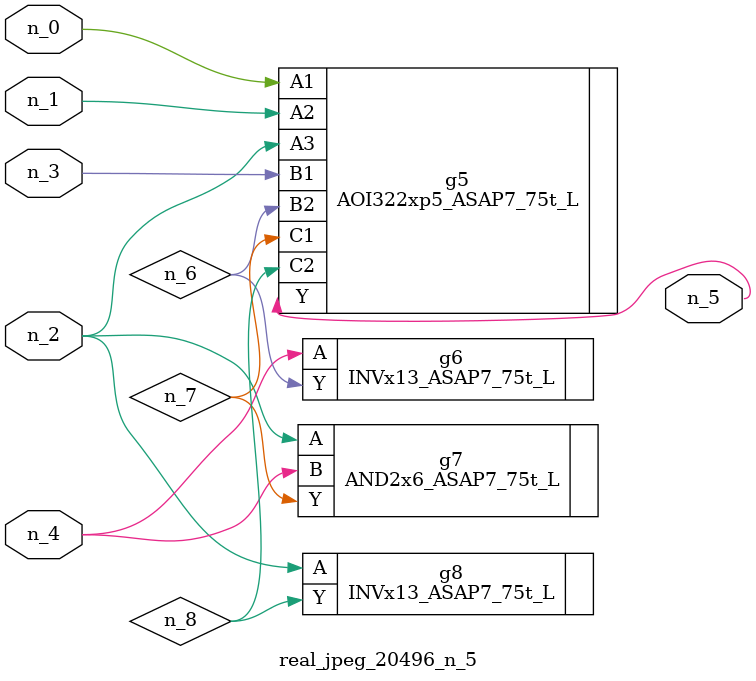
<source format=v>
module real_jpeg_20496_n_5 (n_4, n_0, n_1, n_2, n_3, n_5);

input n_4;
input n_0;
input n_1;
input n_2;
input n_3;

output n_5;

wire n_8;
wire n_6;
wire n_7;

AOI322xp5_ASAP7_75t_L g5 ( 
.A1(n_0),
.A2(n_1),
.A3(n_2),
.B1(n_3),
.B2(n_6),
.C1(n_7),
.C2(n_8),
.Y(n_5)
);

AND2x6_ASAP7_75t_L g7 ( 
.A(n_2),
.B(n_4),
.Y(n_7)
);

INVx13_ASAP7_75t_L g8 ( 
.A(n_2),
.Y(n_8)
);

INVx13_ASAP7_75t_L g6 ( 
.A(n_4),
.Y(n_6)
);


endmodule
</source>
